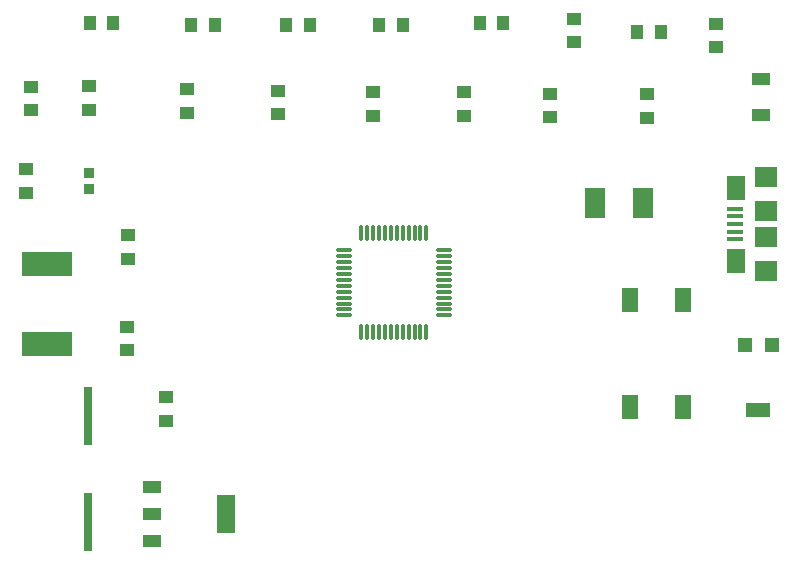
<source format=gtp>
G04*
G04 #@! TF.GenerationSoftware,Altium Limited,Altium Designer,20.0.13 (296)*
G04*
G04 Layer_Color=8421504*
%FSLAX44Y44*%
%MOMM*%
G71*
G01*
G75*
%ADD14R,1.2500X1.0000*%
%ADD15R,0.8500X0.8500*%
%ADD16R,1.3000X1.3000*%
%ADD17R,2.0000X1.3000*%
%ADD18O,0.3000X1.4000*%
%ADD19O,1.4000X0.3000*%
%ADD20R,1.5000X3.3000*%
%ADD21R,1.5000X1.0000*%
%ADD22R,4.3000X2.0000*%
%ADD23R,1.0000X1.2500*%
%ADD24R,0.8000X5.0000*%
%ADD25R,1.6000X1.0000*%
%ADD26R,1.7000X2.5000*%
%ADD27R,1.9000X1.7500*%
%ADD28R,1.9000X1.8000*%
%ADD29R,1.6000X2.1000*%
%ADD30R,1.4000X0.4000*%
%ADD31R,1.4000X2.1000*%
D14*
X1010920Y1014730D02*
D03*
Y994730D02*
D03*
X547370Y887570D02*
D03*
Y867570D02*
D03*
X551180Y957420D02*
D03*
Y937420D02*
D03*
X683260Y935040D02*
D03*
Y955040D02*
D03*
X665480Y674530D02*
D03*
Y694530D02*
D03*
X600710Y957580D02*
D03*
Y937580D02*
D03*
X760730Y953770D02*
D03*
Y933770D02*
D03*
X840740Y952500D02*
D03*
Y932500D02*
D03*
X633730Y811690D02*
D03*
Y831690D02*
D03*
X1073150Y931070D02*
D03*
Y951070D02*
D03*
X990600Y931230D02*
D03*
Y951230D02*
D03*
X918210Y932500D02*
D03*
Y952500D02*
D03*
X1131570Y1010760D02*
D03*
Y990760D02*
D03*
X632460Y754220D02*
D03*
Y734220D02*
D03*
D15*
X600710Y884570D02*
D03*
Y870570D02*
D03*
D16*
X1155630Y738700D02*
D03*
X1178630D02*
D03*
D17*
X1167130Y683700D02*
D03*
D18*
X886020Y833210D02*
D03*
X881020D02*
D03*
X876020D02*
D03*
X871020D02*
D03*
X866020D02*
D03*
X861020D02*
D03*
X856020D02*
D03*
X851020D02*
D03*
X846020D02*
D03*
X841020D02*
D03*
X836020D02*
D03*
X831020D02*
D03*
Y749210D02*
D03*
X836020D02*
D03*
X841020D02*
D03*
X846020D02*
D03*
X851020D02*
D03*
X856020D02*
D03*
X861020D02*
D03*
X866020D02*
D03*
X871020D02*
D03*
X876020D02*
D03*
X881020D02*
D03*
X886020D02*
D03*
D19*
X816520Y818710D02*
D03*
Y813710D02*
D03*
Y808710D02*
D03*
Y803710D02*
D03*
Y798710D02*
D03*
Y793710D02*
D03*
Y788710D02*
D03*
Y783710D02*
D03*
Y778710D02*
D03*
Y773710D02*
D03*
Y768710D02*
D03*
Y763710D02*
D03*
X900520D02*
D03*
Y768710D02*
D03*
Y773710D02*
D03*
Y778710D02*
D03*
Y783710D02*
D03*
Y788710D02*
D03*
Y793710D02*
D03*
Y798710D02*
D03*
Y803710D02*
D03*
Y808710D02*
D03*
Y813710D02*
D03*
Y818710D02*
D03*
D20*
X716300Y595630D02*
D03*
D21*
X653300Y572630D02*
D03*
Y618630D02*
D03*
Y595630D02*
D03*
D22*
X565150Y739430D02*
D03*
Y807430D02*
D03*
D23*
X600870Y1010920D02*
D03*
X620870D02*
D03*
X707070Y1009650D02*
D03*
X687070D02*
D03*
X787240D02*
D03*
X767240D02*
D03*
X866140D02*
D03*
X846140D02*
D03*
X931070Y1010920D02*
D03*
X951070D02*
D03*
X1064420Y1003300D02*
D03*
X1084420D02*
D03*
D24*
X599440Y678730D02*
D03*
Y588730D02*
D03*
D25*
X1169670Y933690D02*
D03*
Y963690D02*
D03*
D26*
X1069020Y858520D02*
D03*
X1029020D02*
D03*
D27*
X1173480Y852170D02*
D03*
Y829670D02*
D03*
D28*
Y880920D02*
D03*
Y800920D02*
D03*
D29*
X1147980Y871920D02*
D03*
Y809920D02*
D03*
D30*
X1146980Y853920D02*
D03*
Y847420D02*
D03*
Y840920D02*
D03*
Y834420D02*
D03*
Y827920D02*
D03*
D31*
X1103270Y776520D02*
D03*
X1058270D02*
D03*
X1103270Y686520D02*
D03*
X1058270D02*
D03*
M02*

</source>
